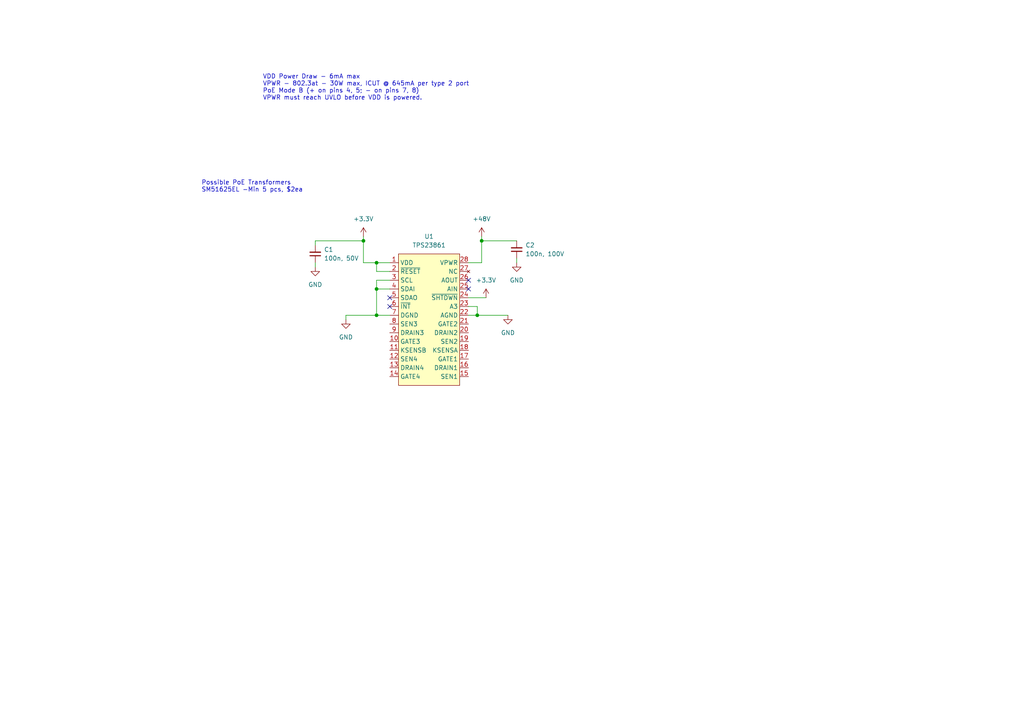
<source format=kicad_sch>
(kicad_sch (version 20230121) (generator eeschema)
  (paper "A4")
  (lib_symbols
    (symbol "CakeKiCadLib:TPS23861"
      (property "Reference" "U" (at -10.16 21.59 0))
      (property "Value" "TPS23861" (at 12.7 21.59 0))
      (symbol "TPS23861_1_1"
        (rectangle (start -8.89 19.05) (end 8.89 -19.05) (fill (type background)))
        (pin power_in line (at -11.43 16.51 0) (length 2.54) (name "VDD") (number "1"))
        (pin output line (at -11.43 -6.35 0) (length 2.54) (name "GATE3") (number "10"))
        (pin input line (at -11.43 -8.89 0) (length 2.54) (name "KSENSB") (number "11"))
        (pin input line (at -11.43 -11.43 0) (length 2.54) (name "SEN4") (number "12"))
        (pin input line (at -11.43 -13.97 0) (length 2.54) (name "DRAIN4") (number "13"))
        (pin output line (at -11.43 -16.51 0) (length 2.54) (name "GATE4") (number "14"))
        (pin input line (at 11.43 -16.51 180) (length 2.54) (name "SEN1") (number "15"))
        (pin input line (at 11.43 -13.97 180) (length 2.54) (name "DRAIN1") (number "16"))
        (pin output line (at 11.43 -11.43 180) (length 2.54) (name "GATE1") (number "17"))
        (pin input line (at 11.43 -8.89 180) (length 2.54) (name "KSENSA") (number "18"))
        (pin input line (at 11.43 -6.35 180) (length 2.54) (name "SEN2") (number "19"))
        (pin input line (at -11.43 13.97 0) (length 2.54) (name "~{RESET}") (number "2"))
        (pin input line (at 11.43 -3.81 180) (length 2.54) (name "DRAIN2") (number "20"))
        (pin output line (at 11.43 -1.27 180) (length 2.54) (name "GATE2") (number "21"))
        (pin power_in line (at 11.43 1.27 180) (length 2.54) (name "AGND") (number "22"))
        (pin input line (at 11.43 3.81 180) (length 2.54) (name "A3") (number "23"))
        (pin input line (at 11.43 6.35 180) (length 2.54) (name "~{SHTDWN}") (number "24"))
        (pin input line (at 11.43 8.89 180) (length 2.54) (name "AIN") (number "25"))
        (pin output line (at 11.43 11.43 180) (length 2.54) (name "AOUT") (number "26"))
        (pin no_connect line (at 11.43 13.97 180) (length 2.54) (name "NC") (number "27"))
        (pin power_in line (at 11.43 16.51 180) (length 2.54) (name "VPWR") (number "28"))
        (pin input line (at -11.43 11.43 0) (length 2.54) (name "SCL") (number "3"))
        (pin input line (at -11.43 8.89 0) (length 2.54) (name "SDAI") (number "4"))
        (pin output line (at -11.43 6.35 0) (length 2.54) (name "SDAO") (number "5"))
        (pin output line (at -11.43 3.81 0) (length 2.54) (name "~{INT}") (number "6"))
        (pin power_in line (at -11.43 1.27 0) (length 2.54) (name "DGND") (number "7"))
        (pin input line (at -11.43 -1.27 0) (length 2.54) (name "SEN3") (number "8"))
        (pin input line (at -11.43 -3.81 0) (length 2.54) (name "DRAIN3") (number "9"))
      )
    )
    (symbol "Device:C_Small" (pin_numbers hide) (pin_names (offset 0.254) hide)
      (property "Reference" "C" (at 0.254 1.778 0))
      (property "Value" "C_Small" (at 0.254 -2.032 0))
      (symbol "C_Small_0_1"
        (polyline (pts (xy -1.524 -0.508) (xy 1.524 -0.508)) (stroke (width 0.3302)))
        (polyline (pts (xy -1.524 0.508) (xy 1.524 0.508)) (stroke (width 0.3048)))
      )
      (symbol "C_Small_1_1"
        (pin passive line (at 0 2.54 270) (length 2.032) (name "~") (number "1"))
        (pin passive line (at 0 -2.54 90) (length 2.032) (name "~") (number "2"))
      )
    )
    (symbol "power:+3.3V" (power) (pin_names (offset 0))
      (property "Value" "+3.3V" (at 0 3.556 0))
      (symbol "+3.3V_0_1"
        (polyline (pts (xy -0.762 1.27) (xy 0 2.54)))
        (polyline (pts (xy 0 0) (xy 0 2.54)))
        (polyline (pts (xy 0 2.54) (xy 0.762 1.27)))
      )
      (symbol "+3.3V_1_1"
        (pin power_in line (at 0 0 90) (length 0) hide (name "+3.3V") (number "1"))
      )
    )
    (symbol "power:+48V" (power) (pin_names (offset 0))
      (property "Value" "+48V" (at 0 3.556 0))
      (symbol "+48V_0_1"
        (polyline (pts (xy -0.762 1.27) (xy 0 2.54)))
        (polyline (pts (xy 0 0) (xy 0 2.54)))
        (polyline (pts (xy 0 2.54) (xy 0.762 1.27)))
      )
      (symbol "+48V_1_1"
        (pin power_in line (at 0 0 90) (length 0) hide (name "+48V") (number "1"))
      )
    )
    (symbol "power:GND" (power) (pin_names (offset 0))
      (property "Value" "GND" (at 0 -3.81 0))
      (symbol "GND_0_1"
        (polyline (pts (xy 0 0) (xy 0 -1.27) (xy 1.27 -1.27) (xy 0 -2.54) (xy -1.27 -1.27) (xy 0 -1.27)))
      )
      (symbol "GND_1_1"
        (pin power_in line (at 0 0 270) (length 0) hide (name "GND") (number "1"))
      )
    )
  )
  (junction (at 109.22 83.82))
  (junction (at 109.22 91.44))
  (junction (at 139.7 69.85))
  (junction (at 105.41 69.85))
  (junction (at 109.22 76.2))
  (junction (at 138.43 91.44))
  (no_connect (at 113.03 88.9))
  (no_connect (at 113.03 86.36))
  (no_connect (at 135.89 81.28))
  (no_connect (at 135.89 83.82))
  (wire (pts (xy 138.43 91.44) (xy 147.32 91.44)))
  (wire (pts (xy 109.22 81.28) (xy 109.22 83.82)))
  (wire (pts (xy 149.86 74.93) (xy 149.86 76.2)))
  (wire (pts (xy 109.22 83.82) (xy 113.03 83.82)))
  (wire (pts (xy 100.33 91.44) (xy 109.22 91.44)))
  (wire (pts (xy 109.22 76.2) (xy 113.03 76.2)))
  (wire (pts (xy 109.22 91.44) (xy 113.03 91.44)))
  (wire (pts (xy 91.44 69.85) (xy 91.44 71.12)))
  (wire (pts (xy 139.7 69.85) (xy 149.86 69.85)))
  (wire (pts (xy 138.43 91.44) (xy 135.89 91.44)))
  (wire (pts (xy 109.22 83.82) (xy 109.22 91.44)))
  (wire (pts (xy 113.03 81.28) (xy 109.22 81.28)))
  (wire (pts (xy 109.22 78.74) (xy 109.22 76.2)))
  (wire (pts (xy 139.7 69.85) (xy 139.7 76.2)))
  (wire (pts (xy 91.44 76.2) (xy 91.44 77.47)))
  (wire (pts (xy 105.41 69.85) (xy 105.41 76.2)))
  (wire (pts (xy 135.89 86.36) (xy 140.97 86.36)))
  (wire (pts (xy 138.43 88.9) (xy 138.43 91.44)))
  (wire (pts (xy 135.89 88.9) (xy 138.43 88.9)))
  (wire (pts (xy 139.7 68.58) (xy 139.7 69.85)))
  (wire (pts (xy 100.33 91.44) (xy 100.33 92.71)))
  (wire (pts (xy 113.03 78.74) (xy 109.22 78.74)))
  (wire (pts (xy 139.7 76.2) (xy 135.89 76.2)))
  (wire (pts (xy 91.44 69.85) (xy 105.41 69.85)))
  (wire (pts (xy 105.41 76.2) (xy 109.22 76.2)))
  (wire (pts (xy 105.41 68.58) (xy 105.41 69.85)))
  (text "Possible PoE Transformers\nSM51625EL -Min 5 pcs, $2ea" (at 58.42 55.88 0) (effects (font (size 1.27 1.27)) (justify left bottom)))
  (text "VDD Power Draw - 6mA max\nVPWR - 802.3at - 30W max, ICUT @ 645mA per type 2 port\nPoE Mode B (+ on pins 4, 5; - on pins 7, 8)\nVPWR must reach UVLO before VDD is powered." (at 76.2 29.21 0) (effects (font (size 1.27 1.27)) (justify left bottom)))
  (symbol (lib_id "power:+48V") (at 139.7 68.58 0) (unit 1)
    (property "Reference" "#PWR02" (effects hide))
    (property "Value" "+48V" (at 139.7 63.5 0))
  )
  (symbol (lib_id "power:GND") (at 147.32 91.44 0) (unit 1)
    (property "Reference" "#PWR06" (effects hide))
    (property "Value" "GND" (at 147.32 96.52 0))
  )
  (symbol (lib_id "Device:C_Small") (at 91.44 73.66 180) (unit 1)
    (property "Reference" "C1" (at 93.98 72.3836 0) (effects (justify right)))
    (property "Value" "100n, 50V" (at 93.98 74.9236 0) (effects (justify right)))
  )
  (symbol (lib_id "power:+3.3V") (at 140.97 86.36 0) (unit 1)
    (property "Reference" "#PWR05" (effects hide))
    (property "Value" "+3.3V" (at 140.97 81.28 0))
  )
  (symbol (lib_id "power:GND") (at 100.33 92.71 0) (unit 1)
    (property "Reference" "#PWR03" (effects hide))
    (property "Value" "GND" (at 100.33 97.79 0))
  )
  (symbol (lib_id "CakeKiCadLib:TPS23861") (at 124.46 92.71 0) (unit 1)
    (property "Reference" "U1" (at 124.46 68.58 0))
    (property "Value" "TPS23861" (at 124.46 71.12 0))
    (property "Footprint" "CakeKiCadLib:TPS23861" (effects hide))
    (property "Datasheet" "https://www.ti.com/lit/ds/symlink/tps23861.pdf" (effects hide))
  )
  (symbol (lib_id "power:GND") (at 91.44 77.47 0) (unit 1)
    (property "Reference" "#PWR04" (effects hide))
    (property "Value" "GND" (at 91.44 82.55 0))
  )
  (symbol (lib_id "Device:C_Small") (at 149.86 72.39 180) (unit 1)
    (property "Reference" "C2" (at 152.4 71.1136 0) (effects (justify right)))
    (property "Value" "100n, 100V" (at 152.4 73.6536 0) (effects (justify right)))
  )
  (symbol (lib_id "power:+3.3V") (at 105.41 68.58 0) (unit 1)
    (property "Reference" "#PWR01" (effects hide))
    (property "Value" "+3.3V" (at 105.41 63.5 0))
  )
  (symbol (lib_id "power:GND") (at 149.86 76.2 0) (unit 1)
    (property "Reference" "#PWR07" (effects hide))
    (property "Value" "GND" (at 149.86 81.28 0))
  )
)
</source>
